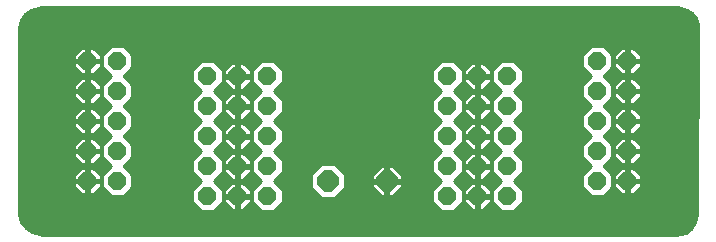
<source format=gbl>
G75*
%MOIN*%
%OFA0B0*%
%FSLAX25Y25*%
%IPPOS*%
%LPD*%
%AMOC8*
5,1,8,0,0,1.08239X$1,22.5*
%
%ADD10OC8,0.06000*%
%ADD11OC8,0.07050*%
%ADD12OC8,0.05937*%
%ADD13C,0.01000*%
D10*
X0066500Y0018000D03*
X0076500Y0018000D03*
X0086500Y0018000D03*
X0086500Y0028000D03*
X0076500Y0028000D03*
X0066500Y0028000D03*
X0066500Y0038000D03*
X0076500Y0038000D03*
X0086500Y0038000D03*
X0086500Y0048000D03*
X0076500Y0048000D03*
X0066500Y0048000D03*
X0066500Y0058000D03*
X0076500Y0058000D03*
X0086500Y0058000D03*
X0146500Y0058000D03*
X0156500Y0058000D03*
X0166500Y0058000D03*
X0166500Y0048000D03*
X0156500Y0048000D03*
X0146500Y0048000D03*
X0146500Y0038000D03*
X0156500Y0038000D03*
X0166500Y0038000D03*
X0166500Y0028000D03*
X0156500Y0028000D03*
X0146500Y0028000D03*
X0146500Y0018000D03*
X0156500Y0018000D03*
X0166500Y0018000D03*
D11*
X0126343Y0023000D03*
X0106657Y0023000D03*
D12*
X0036500Y0023000D03*
X0026500Y0023000D03*
X0026500Y0033000D03*
X0036500Y0033000D03*
X0036500Y0043000D03*
X0026500Y0043000D03*
X0026500Y0053000D03*
X0036500Y0053000D03*
X0036500Y0063000D03*
X0026500Y0063000D03*
X0196500Y0063000D03*
X0206500Y0063000D03*
X0206500Y0053000D03*
X0196500Y0053000D03*
X0196500Y0043000D03*
X0206500Y0043000D03*
X0206500Y0033000D03*
X0196500Y0033000D03*
X0196500Y0023000D03*
X0206500Y0023000D03*
D13*
X0011500Y0005100D02*
X0010264Y0005197D01*
X0007913Y0005961D01*
X0005914Y0007414D01*
X0004461Y0009413D01*
X0003697Y0011764D01*
X0003600Y0013000D01*
X0003600Y0073000D01*
X0003697Y0074230D01*
X0004457Y0076569D01*
X0005902Y0078558D01*
X0007892Y0080004D01*
X0010231Y0080764D01*
X0011461Y0080861D01*
X0223500Y0080861D01*
X0224533Y0080779D01*
X0226497Y0080141D01*
X0228167Y0078927D01*
X0229381Y0077257D01*
X0230020Y0075292D01*
X0230101Y0074261D01*
X0229608Y0012578D01*
X0229601Y0012571D01*
X0229601Y0011710D01*
X0229601Y0011700D01*
X0229520Y0010668D01*
X0228881Y0008704D01*
X0227667Y0007033D01*
X0225997Y0005819D01*
X0224033Y0005181D01*
X0223000Y0005100D01*
X0011500Y0005100D01*
X0007856Y0006003D02*
X0226249Y0006003D01*
X0227624Y0007001D02*
X0006481Y0007001D01*
X0005488Y0008000D02*
X0228370Y0008000D01*
X0228977Y0008999D02*
X0004763Y0008999D01*
X0004271Y0009997D02*
X0229301Y0009997D01*
X0229545Y0010996D02*
X0003947Y0010996D01*
X0003679Y0011994D02*
X0229601Y0011994D01*
X0229611Y0012993D02*
X0168705Y0012993D01*
X0168612Y0012900D02*
X0171600Y0015888D01*
X0171600Y0020112D01*
X0168712Y0023000D01*
X0171600Y0025888D01*
X0171600Y0030112D01*
X0168712Y0033000D01*
X0171600Y0035888D01*
X0171600Y0040112D01*
X0168712Y0043000D01*
X0171600Y0045888D01*
X0171600Y0050112D01*
X0168712Y0053000D01*
X0171600Y0055888D01*
X0171600Y0060112D01*
X0168612Y0063100D01*
X0164388Y0063100D01*
X0161400Y0060112D01*
X0161400Y0055888D01*
X0164288Y0053000D01*
X0161400Y0050112D01*
X0161400Y0045888D01*
X0164288Y0043000D01*
X0161400Y0040112D01*
X0161400Y0035888D01*
X0164288Y0033000D01*
X0161400Y0030112D01*
X0161400Y0025888D01*
X0164288Y0023000D01*
X0161400Y0020112D01*
X0161400Y0015888D01*
X0164388Y0012900D01*
X0168612Y0012900D01*
X0169704Y0013991D02*
X0229619Y0013991D01*
X0229627Y0014990D02*
X0170702Y0014990D01*
X0171600Y0015988D02*
X0229635Y0015988D01*
X0229643Y0016987D02*
X0171600Y0016987D01*
X0171600Y0017985D02*
X0194347Y0017985D01*
X0194401Y0017931D02*
X0198599Y0017931D01*
X0201568Y0020901D01*
X0201568Y0025099D01*
X0198668Y0028000D01*
X0201568Y0030901D01*
X0201568Y0035099D01*
X0198668Y0038000D01*
X0201568Y0040901D01*
X0201568Y0045099D01*
X0198668Y0048000D01*
X0201568Y0050901D01*
X0201568Y0055099D01*
X0198668Y0058000D01*
X0201568Y0060901D01*
X0201568Y0065099D01*
X0198599Y0068068D01*
X0194401Y0068068D01*
X0191431Y0065099D01*
X0191431Y0060901D01*
X0194332Y0058000D01*
X0191431Y0055099D01*
X0191431Y0050901D01*
X0194332Y0048000D01*
X0191431Y0045099D01*
X0191431Y0040901D01*
X0194332Y0038000D01*
X0191431Y0035099D01*
X0191431Y0030901D01*
X0194332Y0028000D01*
X0191431Y0025099D01*
X0191431Y0020901D01*
X0194401Y0017931D01*
X0193348Y0018984D02*
X0171600Y0018984D01*
X0171600Y0019982D02*
X0192350Y0019982D01*
X0191431Y0020981D02*
X0170732Y0020981D01*
X0169733Y0021979D02*
X0191431Y0021979D01*
X0191431Y0022978D02*
X0168735Y0022978D01*
X0169689Y0023976D02*
X0191431Y0023976D01*
X0191431Y0024975D02*
X0170687Y0024975D01*
X0171600Y0025973D02*
X0192305Y0025973D01*
X0193304Y0026972D02*
X0171600Y0026972D01*
X0171600Y0027970D02*
X0194302Y0027970D01*
X0193363Y0028969D02*
X0171600Y0028969D01*
X0171600Y0029967D02*
X0192365Y0029967D01*
X0191431Y0030966D02*
X0170747Y0030966D01*
X0169748Y0031964D02*
X0191431Y0031964D01*
X0191431Y0032963D02*
X0168750Y0032963D01*
X0169674Y0033961D02*
X0191431Y0033961D01*
X0191431Y0034960D02*
X0170672Y0034960D01*
X0171600Y0035958D02*
X0192290Y0035958D01*
X0193289Y0036957D02*
X0171600Y0036957D01*
X0171600Y0037955D02*
X0194287Y0037955D01*
X0193378Y0038954D02*
X0171600Y0038954D01*
X0171600Y0039952D02*
X0192380Y0039952D01*
X0191431Y0040951D02*
X0170762Y0040951D01*
X0169763Y0041949D02*
X0191431Y0041949D01*
X0191431Y0042948D02*
X0168765Y0042948D01*
X0169659Y0043946D02*
X0191431Y0043946D01*
X0191431Y0044945D02*
X0170657Y0044945D01*
X0171600Y0045943D02*
X0192276Y0045943D01*
X0193274Y0046942D02*
X0171600Y0046942D01*
X0171600Y0047940D02*
X0194273Y0047940D01*
X0193393Y0048939D02*
X0171600Y0048939D01*
X0171600Y0049937D02*
X0192395Y0049937D01*
X0191431Y0050936D02*
X0170776Y0050936D01*
X0169778Y0051934D02*
X0191431Y0051934D01*
X0191431Y0052933D02*
X0168779Y0052933D01*
X0169644Y0053932D02*
X0191431Y0053932D01*
X0191431Y0054930D02*
X0170643Y0054930D01*
X0171600Y0055929D02*
X0192261Y0055929D01*
X0193259Y0056927D02*
X0171600Y0056927D01*
X0171600Y0057926D02*
X0194258Y0057926D01*
X0193408Y0058924D02*
X0171600Y0058924D01*
X0171600Y0059923D02*
X0192409Y0059923D01*
X0191431Y0060921D02*
X0170791Y0060921D01*
X0169793Y0061920D02*
X0191431Y0061920D01*
X0191431Y0062918D02*
X0168794Y0062918D01*
X0164206Y0062918D02*
X0148794Y0062918D01*
X0148612Y0063100D02*
X0144388Y0063100D01*
X0141400Y0060112D01*
X0141400Y0055888D01*
X0144288Y0053000D01*
X0141400Y0050112D01*
X0141400Y0045888D01*
X0144288Y0043000D01*
X0141400Y0040112D01*
X0141400Y0035888D01*
X0144288Y0033000D01*
X0141400Y0030112D01*
X0141400Y0025888D01*
X0144288Y0023000D01*
X0141400Y0020112D01*
X0141400Y0015888D01*
X0144388Y0012900D01*
X0148612Y0012900D01*
X0151600Y0015888D01*
X0151600Y0020112D01*
X0148712Y0023000D01*
X0151600Y0025888D01*
X0151600Y0030112D01*
X0148712Y0033000D01*
X0151600Y0035888D01*
X0151600Y0040112D01*
X0148712Y0043000D01*
X0151600Y0045888D01*
X0151600Y0050112D01*
X0148712Y0053000D01*
X0151600Y0055888D01*
X0151600Y0060112D01*
X0148612Y0063100D01*
X0149793Y0061920D02*
X0154056Y0061920D01*
X0154636Y0062500D02*
X0152000Y0059864D01*
X0152000Y0058500D01*
X0156000Y0058500D01*
X0156000Y0062500D01*
X0154636Y0062500D01*
X0156000Y0061920D02*
X0157000Y0061920D01*
X0157000Y0062500D02*
X0158364Y0062500D01*
X0161000Y0059864D01*
X0161000Y0058500D01*
X0157000Y0058500D01*
X0157000Y0057500D01*
X0161000Y0057500D01*
X0161000Y0056136D01*
X0158364Y0053500D01*
X0157000Y0053500D01*
X0157000Y0057500D01*
X0156000Y0057500D01*
X0156000Y0053500D01*
X0154636Y0053500D01*
X0152000Y0056136D01*
X0152000Y0057500D01*
X0156000Y0057500D01*
X0156000Y0058500D01*
X0157000Y0058500D01*
X0157000Y0062500D01*
X0158944Y0061920D02*
X0163207Y0061920D01*
X0162209Y0060921D02*
X0159943Y0060921D01*
X0160941Y0059923D02*
X0161400Y0059923D01*
X0161400Y0058924D02*
X0161000Y0058924D01*
X0161400Y0057926D02*
X0157000Y0057926D01*
X0157000Y0058924D02*
X0156000Y0058924D01*
X0156000Y0057926D02*
X0151600Y0057926D01*
X0151600Y0058924D02*
X0152000Y0058924D01*
X0152059Y0059923D02*
X0151600Y0059923D01*
X0150791Y0060921D02*
X0153057Y0060921D01*
X0156000Y0060921D02*
X0157000Y0060921D01*
X0157000Y0059923D02*
X0156000Y0059923D01*
X0156000Y0056927D02*
X0157000Y0056927D01*
X0157000Y0055929D02*
X0156000Y0055929D01*
X0152207Y0055929D02*
X0151600Y0055929D01*
X0151600Y0056927D02*
X0152000Y0056927D01*
X0153206Y0054930D02*
X0150643Y0054930D01*
X0149644Y0053932D02*
X0154205Y0053932D01*
X0154636Y0052500D02*
X0152000Y0049864D01*
X0152000Y0048500D01*
X0156000Y0048500D01*
X0156000Y0052500D01*
X0154636Y0052500D01*
X0154071Y0051934D02*
X0149778Y0051934D01*
X0150776Y0050936D02*
X0153072Y0050936D01*
X0152074Y0049937D02*
X0151600Y0049937D01*
X0156000Y0049937D02*
X0157000Y0049937D01*
X0157000Y0050936D02*
X0156000Y0050936D01*
X0156000Y0051934D02*
X0157000Y0051934D01*
X0157000Y0052500D02*
X0158364Y0052500D01*
X0161000Y0049864D01*
X0161000Y0048500D01*
X0157000Y0048500D01*
X0157000Y0047500D01*
X0161000Y0047500D01*
X0161000Y0046136D01*
X0158364Y0043500D01*
X0157000Y0043500D01*
X0157000Y0047500D01*
X0156000Y0047500D01*
X0156000Y0043500D01*
X0154636Y0043500D01*
X0152000Y0046136D01*
X0152000Y0047500D01*
X0156000Y0047500D01*
X0156000Y0048500D01*
X0157000Y0048500D01*
X0157000Y0052500D01*
X0157000Y0053932D02*
X0156000Y0053932D01*
X0156000Y0054930D02*
X0157000Y0054930D01*
X0158795Y0053932D02*
X0163356Y0053932D01*
X0164221Y0052933D02*
X0148779Y0052933D01*
X0144221Y0052933D02*
X0088779Y0052933D01*
X0088712Y0053000D02*
X0091600Y0055888D01*
X0091600Y0060112D01*
X0088612Y0063100D01*
X0084388Y0063100D01*
X0081400Y0060112D01*
X0081400Y0055888D01*
X0084288Y0053000D01*
X0081400Y0050112D01*
X0081400Y0045888D01*
X0084288Y0043000D01*
X0081400Y0040112D01*
X0081400Y0035888D01*
X0084288Y0033000D01*
X0081400Y0030112D01*
X0081400Y0025888D01*
X0084288Y0023000D01*
X0081400Y0020112D01*
X0081400Y0015888D01*
X0084388Y0012900D01*
X0088612Y0012900D01*
X0091600Y0015888D01*
X0091600Y0020112D01*
X0088712Y0023000D01*
X0091600Y0025888D01*
X0091600Y0030112D01*
X0088712Y0033000D01*
X0091600Y0035888D01*
X0091600Y0040112D01*
X0088712Y0043000D01*
X0091600Y0045888D01*
X0091600Y0050112D01*
X0088712Y0053000D01*
X0089644Y0053932D02*
X0143356Y0053932D01*
X0142357Y0054930D02*
X0090643Y0054930D01*
X0091600Y0055929D02*
X0141400Y0055929D01*
X0141400Y0056927D02*
X0091600Y0056927D01*
X0091600Y0057926D02*
X0141400Y0057926D01*
X0141400Y0058924D02*
X0091600Y0058924D01*
X0091600Y0059923D02*
X0141400Y0059923D01*
X0142209Y0060921D02*
X0090791Y0060921D01*
X0089793Y0061920D02*
X0143207Y0061920D01*
X0144206Y0062918D02*
X0088794Y0062918D01*
X0084206Y0062918D02*
X0068794Y0062918D01*
X0068612Y0063100D02*
X0064388Y0063100D01*
X0061400Y0060112D01*
X0061400Y0055888D01*
X0064288Y0053000D01*
X0061400Y0050112D01*
X0061400Y0045888D01*
X0064288Y0043000D01*
X0061400Y0040112D01*
X0061400Y0035888D01*
X0064288Y0033000D01*
X0061400Y0030112D01*
X0061400Y0025888D01*
X0064288Y0023000D01*
X0061400Y0020112D01*
X0061400Y0015888D01*
X0064388Y0012900D01*
X0068612Y0012900D01*
X0071600Y0015888D01*
X0071600Y0020112D01*
X0068712Y0023000D01*
X0071600Y0025888D01*
X0071600Y0030112D01*
X0068712Y0033000D01*
X0071600Y0035888D01*
X0071600Y0040112D01*
X0068712Y0043000D01*
X0071600Y0045888D01*
X0071600Y0050112D01*
X0068712Y0053000D01*
X0071600Y0055888D01*
X0071600Y0060112D01*
X0068612Y0063100D01*
X0069793Y0061920D02*
X0074056Y0061920D01*
X0074636Y0062500D02*
X0072000Y0059864D01*
X0072000Y0058500D01*
X0076000Y0058500D01*
X0076000Y0062500D01*
X0074636Y0062500D01*
X0076000Y0061920D02*
X0077000Y0061920D01*
X0077000Y0062500D02*
X0078364Y0062500D01*
X0081000Y0059864D01*
X0081000Y0058500D01*
X0077000Y0058500D01*
X0077000Y0057500D01*
X0081000Y0057500D01*
X0081000Y0056136D01*
X0078364Y0053500D01*
X0077000Y0053500D01*
X0077000Y0057500D01*
X0076000Y0057500D01*
X0076000Y0053500D01*
X0074636Y0053500D01*
X0072000Y0056136D01*
X0072000Y0057500D01*
X0076000Y0057500D01*
X0076000Y0058500D01*
X0077000Y0058500D01*
X0077000Y0062500D01*
X0078944Y0061920D02*
X0083207Y0061920D01*
X0082209Y0060921D02*
X0079943Y0060921D01*
X0080941Y0059923D02*
X0081400Y0059923D01*
X0081400Y0058924D02*
X0081000Y0058924D01*
X0081400Y0057926D02*
X0077000Y0057926D01*
X0077000Y0058924D02*
X0076000Y0058924D01*
X0076000Y0057926D02*
X0071600Y0057926D01*
X0071600Y0058924D02*
X0072000Y0058924D01*
X0072059Y0059923D02*
X0071600Y0059923D01*
X0070791Y0060921D02*
X0073057Y0060921D01*
X0076000Y0060921D02*
X0077000Y0060921D01*
X0077000Y0059923D02*
X0076000Y0059923D01*
X0076000Y0056927D02*
X0077000Y0056927D01*
X0077000Y0055929D02*
X0076000Y0055929D01*
X0076000Y0054930D02*
X0077000Y0054930D01*
X0077000Y0053932D02*
X0076000Y0053932D01*
X0076000Y0052500D02*
X0074636Y0052500D01*
X0072000Y0049864D01*
X0072000Y0048500D01*
X0076000Y0048500D01*
X0076000Y0052500D01*
X0076000Y0051934D02*
X0077000Y0051934D01*
X0077000Y0052500D02*
X0078364Y0052500D01*
X0081000Y0049864D01*
X0081000Y0048500D01*
X0077000Y0048500D01*
X0077000Y0047500D01*
X0081000Y0047500D01*
X0081000Y0046136D01*
X0078364Y0043500D01*
X0077000Y0043500D01*
X0077000Y0047500D01*
X0076000Y0047500D01*
X0076000Y0043500D01*
X0074636Y0043500D01*
X0072000Y0046136D01*
X0072000Y0047500D01*
X0076000Y0047500D01*
X0076000Y0048500D01*
X0077000Y0048500D01*
X0077000Y0052500D01*
X0078929Y0051934D02*
X0083222Y0051934D01*
X0082224Y0050936D02*
X0079928Y0050936D01*
X0080926Y0049937D02*
X0081400Y0049937D01*
X0077000Y0049937D02*
X0076000Y0049937D01*
X0076000Y0050936D02*
X0077000Y0050936D01*
X0074071Y0051934D02*
X0069778Y0051934D01*
X0070776Y0050936D02*
X0073072Y0050936D01*
X0072074Y0049937D02*
X0071600Y0049937D01*
X0071600Y0048939D02*
X0072000Y0048939D01*
X0071600Y0047940D02*
X0076000Y0047940D01*
X0076000Y0046942D02*
X0077000Y0046942D01*
X0077000Y0047940D02*
X0081400Y0047940D01*
X0081400Y0046942D02*
X0081000Y0046942D01*
X0080807Y0045943D02*
X0081400Y0045943D01*
X0082343Y0044945D02*
X0079809Y0044945D01*
X0078810Y0043946D02*
X0083341Y0043946D01*
X0084235Y0042948D02*
X0068765Y0042948D01*
X0069763Y0041949D02*
X0074085Y0041949D01*
X0074636Y0042500D02*
X0072000Y0039864D01*
X0072000Y0038500D01*
X0076000Y0038500D01*
X0076000Y0042500D01*
X0074636Y0042500D01*
X0076000Y0041949D02*
X0077000Y0041949D01*
X0077000Y0042500D02*
X0078364Y0042500D01*
X0081000Y0039864D01*
X0081000Y0038500D01*
X0077000Y0038500D01*
X0077000Y0037500D01*
X0081000Y0037500D01*
X0081000Y0036136D01*
X0078364Y0033500D01*
X0077000Y0033500D01*
X0077000Y0037500D01*
X0076000Y0037500D01*
X0076000Y0033500D01*
X0074636Y0033500D01*
X0072000Y0036136D01*
X0072000Y0037500D01*
X0076000Y0037500D01*
X0076000Y0038500D01*
X0077000Y0038500D01*
X0077000Y0042500D01*
X0078915Y0041949D02*
X0083237Y0041949D01*
X0082238Y0040951D02*
X0079913Y0040951D01*
X0080912Y0039952D02*
X0081400Y0039952D01*
X0081400Y0038954D02*
X0081000Y0038954D01*
X0081400Y0037955D02*
X0077000Y0037955D01*
X0077000Y0038954D02*
X0076000Y0038954D01*
X0076000Y0039952D02*
X0077000Y0039952D01*
X0077000Y0040951D02*
X0076000Y0040951D01*
X0073087Y0040951D02*
X0070762Y0040951D01*
X0071600Y0039952D02*
X0072088Y0039952D01*
X0072000Y0038954D02*
X0071600Y0038954D01*
X0071600Y0037955D02*
X0076000Y0037955D01*
X0076000Y0036957D02*
X0077000Y0036957D01*
X0077000Y0035958D02*
X0076000Y0035958D01*
X0076000Y0034960D02*
X0077000Y0034960D01*
X0077000Y0033961D02*
X0076000Y0033961D01*
X0074175Y0033961D02*
X0069674Y0033961D01*
X0068750Y0032963D02*
X0084250Y0032963D01*
X0083326Y0033961D02*
X0078825Y0033961D01*
X0079824Y0034960D02*
X0082328Y0034960D01*
X0081400Y0035958D02*
X0080822Y0035958D01*
X0081000Y0036957D02*
X0081400Y0036957D01*
X0073176Y0034960D02*
X0070672Y0034960D01*
X0071600Y0035958D02*
X0072178Y0035958D01*
X0072000Y0036957D02*
X0071600Y0036957D01*
X0063326Y0033961D02*
X0041568Y0033961D01*
X0041568Y0032963D02*
X0064250Y0032963D01*
X0063252Y0031964D02*
X0041568Y0031964D01*
X0041568Y0030966D02*
X0062253Y0030966D01*
X0061400Y0029967D02*
X0040635Y0029967D01*
X0041568Y0030901D02*
X0041568Y0035099D01*
X0038668Y0038000D01*
X0041568Y0040901D01*
X0041568Y0045099D01*
X0038668Y0048000D01*
X0041568Y0050901D01*
X0041568Y0055099D01*
X0038668Y0058000D01*
X0041568Y0060901D01*
X0041568Y0065099D01*
X0038599Y0068068D01*
X0034401Y0068068D01*
X0031431Y0065099D01*
X0031431Y0060901D01*
X0034332Y0058000D01*
X0031431Y0055099D01*
X0031431Y0050901D01*
X0034332Y0048000D01*
X0031431Y0045099D01*
X0031431Y0040901D01*
X0034332Y0038000D01*
X0031431Y0035099D01*
X0031431Y0030901D01*
X0034332Y0028000D01*
X0031431Y0025099D01*
X0031431Y0020901D01*
X0034401Y0017931D01*
X0038599Y0017931D01*
X0041568Y0020901D01*
X0041568Y0025099D01*
X0038668Y0028000D01*
X0041568Y0030901D01*
X0039637Y0028969D02*
X0061400Y0028969D01*
X0061400Y0027970D02*
X0038698Y0027970D01*
X0039696Y0026972D02*
X0061400Y0026972D01*
X0061400Y0025973D02*
X0040695Y0025973D01*
X0041568Y0024975D02*
X0062313Y0024975D01*
X0063311Y0023976D02*
X0041568Y0023976D01*
X0041568Y0022978D02*
X0064265Y0022978D01*
X0063267Y0021979D02*
X0041568Y0021979D01*
X0041568Y0020981D02*
X0062268Y0020981D01*
X0061400Y0019982D02*
X0040650Y0019982D01*
X0039652Y0018984D02*
X0061400Y0018984D01*
X0061400Y0017985D02*
X0038653Y0017985D01*
X0034347Y0017985D02*
X0003600Y0017985D01*
X0003600Y0016987D02*
X0061400Y0016987D01*
X0061400Y0015988D02*
X0003600Y0015988D01*
X0003600Y0014990D02*
X0062298Y0014990D01*
X0063296Y0013991D02*
X0003600Y0013991D01*
X0003601Y0012993D02*
X0064295Y0012993D01*
X0068705Y0012993D02*
X0084295Y0012993D01*
X0083296Y0013991D02*
X0078855Y0013991D01*
X0078364Y0013500D02*
X0081000Y0016136D01*
X0081000Y0017500D01*
X0077000Y0017500D01*
X0077000Y0018500D01*
X0081000Y0018500D01*
X0081000Y0019864D01*
X0078364Y0022500D01*
X0077000Y0022500D01*
X0077000Y0018500D01*
X0076000Y0018500D01*
X0076000Y0022500D01*
X0074636Y0022500D01*
X0072000Y0019864D01*
X0072000Y0018500D01*
X0076000Y0018500D01*
X0076000Y0017500D01*
X0077000Y0017500D01*
X0077000Y0013500D01*
X0078364Y0013500D01*
X0077000Y0013991D02*
X0076000Y0013991D01*
X0076000Y0013500D02*
X0076000Y0017500D01*
X0072000Y0017500D01*
X0072000Y0016136D01*
X0074636Y0013500D01*
X0076000Y0013500D01*
X0074145Y0013991D02*
X0069704Y0013991D01*
X0070702Y0014990D02*
X0073146Y0014990D01*
X0072148Y0015988D02*
X0071600Y0015988D01*
X0071600Y0016987D02*
X0072000Y0016987D01*
X0071600Y0017985D02*
X0076000Y0017985D01*
X0076000Y0016987D02*
X0077000Y0016987D01*
X0077000Y0017985D02*
X0081400Y0017985D01*
X0081400Y0016987D02*
X0081000Y0016987D01*
X0080852Y0015988D02*
X0081400Y0015988D01*
X0082298Y0014990D02*
X0079854Y0014990D01*
X0077000Y0014990D02*
X0076000Y0014990D01*
X0076000Y0015988D02*
X0077000Y0015988D01*
X0077000Y0018984D02*
X0076000Y0018984D01*
X0076000Y0019982D02*
X0077000Y0019982D01*
X0077000Y0020981D02*
X0076000Y0020981D01*
X0076000Y0021979D02*
X0077000Y0021979D01*
X0078885Y0021979D02*
X0083267Y0021979D01*
X0084265Y0022978D02*
X0068735Y0022978D01*
X0069689Y0023976D02*
X0074160Y0023976D01*
X0074636Y0023500D02*
X0076000Y0023500D01*
X0076000Y0027500D01*
X0077000Y0027500D01*
X0077000Y0028500D01*
X0081000Y0028500D01*
X0081000Y0029864D01*
X0078364Y0032500D01*
X0077000Y0032500D01*
X0077000Y0028500D01*
X0076000Y0028500D01*
X0076000Y0032500D01*
X0074636Y0032500D01*
X0072000Y0029864D01*
X0072000Y0028500D01*
X0076000Y0028500D01*
X0076000Y0027500D01*
X0072000Y0027500D01*
X0072000Y0026136D01*
X0074636Y0023500D01*
X0076000Y0023976D02*
X0077000Y0023976D01*
X0077000Y0023500D02*
X0078364Y0023500D01*
X0081000Y0026136D01*
X0081000Y0027500D01*
X0077000Y0027500D01*
X0077000Y0023500D01*
X0078840Y0023976D02*
X0083311Y0023976D01*
X0082313Y0024975D02*
X0079839Y0024975D01*
X0080837Y0025973D02*
X0081400Y0025973D01*
X0081400Y0026972D02*
X0081000Y0026972D01*
X0081400Y0027970D02*
X0077000Y0027970D01*
X0077000Y0026972D02*
X0076000Y0026972D01*
X0076000Y0027970D02*
X0071600Y0027970D01*
X0071600Y0026972D02*
X0072000Y0026972D01*
X0072163Y0025973D02*
X0071600Y0025973D01*
X0070687Y0024975D02*
X0073161Y0024975D01*
X0076000Y0024975D02*
X0077000Y0024975D01*
X0077000Y0025973D02*
X0076000Y0025973D01*
X0076000Y0028969D02*
X0077000Y0028969D01*
X0077000Y0029967D02*
X0076000Y0029967D01*
X0076000Y0030966D02*
X0077000Y0030966D01*
X0077000Y0031964D02*
X0076000Y0031964D01*
X0074100Y0031964D02*
X0069748Y0031964D01*
X0070747Y0030966D02*
X0073102Y0030966D01*
X0072103Y0029967D02*
X0071600Y0029967D01*
X0071600Y0028969D02*
X0072000Y0028969D01*
X0078900Y0031964D02*
X0083252Y0031964D01*
X0082253Y0030966D02*
X0079898Y0030966D01*
X0080897Y0029967D02*
X0081400Y0029967D01*
X0081400Y0028969D02*
X0081000Y0028969D01*
X0089748Y0031964D02*
X0143252Y0031964D01*
X0142253Y0030966D02*
X0090747Y0030966D01*
X0091600Y0029967D02*
X0141400Y0029967D01*
X0141400Y0028969D02*
X0091600Y0028969D01*
X0091600Y0027970D02*
X0103673Y0027970D01*
X0104328Y0028625D02*
X0101032Y0025330D01*
X0101032Y0020670D01*
X0104328Y0017375D01*
X0108987Y0017375D01*
X0112282Y0020670D01*
X0112282Y0025330D01*
X0108987Y0028625D01*
X0104328Y0028625D01*
X0102674Y0026972D02*
X0091600Y0026972D01*
X0091600Y0025973D02*
X0101676Y0025973D01*
X0101032Y0024975D02*
X0090687Y0024975D01*
X0089689Y0023976D02*
X0101032Y0023976D01*
X0101032Y0022978D02*
X0088735Y0022978D01*
X0089733Y0021979D02*
X0101032Y0021979D01*
X0101032Y0020981D02*
X0090732Y0020981D01*
X0091600Y0019982D02*
X0101720Y0019982D01*
X0102719Y0018984D02*
X0091600Y0018984D01*
X0091600Y0017985D02*
X0103717Y0017985D01*
X0109598Y0017985D02*
X0124251Y0017985D01*
X0124261Y0017975D02*
X0121318Y0020919D01*
X0121318Y0022500D01*
X0125842Y0022500D01*
X0125842Y0023500D01*
X0121318Y0023500D01*
X0121318Y0025081D01*
X0124261Y0028025D01*
X0125843Y0028025D01*
X0125843Y0023500D01*
X0126842Y0023500D01*
X0126842Y0028025D01*
X0128424Y0028025D01*
X0131368Y0025081D01*
X0131368Y0023500D01*
X0126843Y0023500D01*
X0126843Y0022500D01*
X0131367Y0022500D01*
X0131368Y0020919D01*
X0128424Y0017975D01*
X0126842Y0017975D01*
X0126842Y0022500D01*
X0125843Y0022500D01*
X0125843Y0017975D01*
X0124261Y0017975D01*
X0125843Y0017985D02*
X0126842Y0017985D01*
X0128434Y0017985D02*
X0141400Y0017985D01*
X0141400Y0016987D02*
X0091600Y0016987D01*
X0091600Y0015988D02*
X0141400Y0015988D01*
X0142298Y0014990D02*
X0090702Y0014990D01*
X0089704Y0013991D02*
X0143296Y0013991D01*
X0144295Y0012993D02*
X0088705Y0012993D01*
X0081400Y0018984D02*
X0081000Y0018984D01*
X0080882Y0019982D02*
X0081400Y0019982D01*
X0082268Y0020981D02*
X0079883Y0020981D01*
X0074115Y0021979D02*
X0069733Y0021979D01*
X0070732Y0020981D02*
X0073117Y0020981D01*
X0072118Y0019982D02*
X0071600Y0019982D01*
X0071600Y0018984D02*
X0072000Y0018984D01*
X0088750Y0032963D02*
X0144250Y0032963D01*
X0143326Y0033961D02*
X0089674Y0033961D01*
X0090672Y0034960D02*
X0142328Y0034960D01*
X0141400Y0035958D02*
X0091600Y0035958D01*
X0091600Y0036957D02*
X0141400Y0036957D01*
X0141400Y0037955D02*
X0091600Y0037955D01*
X0091600Y0038954D02*
X0141400Y0038954D01*
X0141400Y0039952D02*
X0091600Y0039952D01*
X0090762Y0040951D02*
X0142238Y0040951D01*
X0143237Y0041949D02*
X0089763Y0041949D01*
X0088765Y0042948D02*
X0144235Y0042948D01*
X0143341Y0043946D02*
X0089659Y0043946D01*
X0090657Y0044945D02*
X0142343Y0044945D01*
X0141400Y0045943D02*
X0091600Y0045943D01*
X0091600Y0046942D02*
X0141400Y0046942D01*
X0141400Y0047940D02*
X0091600Y0047940D01*
X0091600Y0048939D02*
X0141400Y0048939D01*
X0141400Y0049937D02*
X0091600Y0049937D01*
X0090776Y0050936D02*
X0142224Y0050936D01*
X0143222Y0051934D02*
X0089778Y0051934D01*
X0084221Y0052933D02*
X0068779Y0052933D01*
X0069644Y0053932D02*
X0074205Y0053932D01*
X0073206Y0054930D02*
X0070642Y0054930D01*
X0071600Y0055929D02*
X0072207Y0055929D01*
X0072000Y0056927D02*
X0071600Y0056927D01*
X0078795Y0053932D02*
X0083356Y0053932D01*
X0082357Y0054930D02*
X0079794Y0054930D01*
X0080792Y0055929D02*
X0081400Y0055929D01*
X0081400Y0056927D02*
X0081000Y0056927D01*
X0064221Y0052933D02*
X0041568Y0052933D01*
X0041568Y0051934D02*
X0063222Y0051934D01*
X0062224Y0050936D02*
X0041568Y0050936D01*
X0040605Y0049937D02*
X0061400Y0049937D01*
X0061400Y0048939D02*
X0039607Y0048939D01*
X0038727Y0047940D02*
X0061400Y0047940D01*
X0061400Y0046942D02*
X0039726Y0046942D01*
X0040724Y0045943D02*
X0061400Y0045943D01*
X0062343Y0044945D02*
X0041568Y0044945D01*
X0041568Y0043946D02*
X0063341Y0043946D01*
X0064235Y0042948D02*
X0041568Y0042948D01*
X0041568Y0041949D02*
X0063237Y0041949D01*
X0062238Y0040951D02*
X0041568Y0040951D01*
X0040620Y0039952D02*
X0061400Y0039952D01*
X0061400Y0038954D02*
X0039622Y0038954D01*
X0038713Y0037955D02*
X0061400Y0037955D01*
X0061400Y0036957D02*
X0039711Y0036957D01*
X0040710Y0035958D02*
X0061400Y0035958D01*
X0062328Y0034960D02*
X0041568Y0034960D01*
X0033289Y0036957D02*
X0028863Y0036957D01*
X0028351Y0037468D02*
X0026984Y0037468D01*
X0026984Y0033484D01*
X0026016Y0033484D01*
X0026016Y0032516D01*
X0022031Y0032516D01*
X0022031Y0031149D01*
X0024649Y0028531D01*
X0026016Y0028531D01*
X0026016Y0032516D01*
X0026984Y0032516D01*
X0026984Y0028531D01*
X0028351Y0028531D01*
X0030968Y0031149D01*
X0030968Y0032516D01*
X0026984Y0032516D01*
X0026984Y0033484D01*
X0030968Y0033484D01*
X0030968Y0034851D01*
X0028351Y0037468D01*
X0028351Y0038531D02*
X0026984Y0038531D01*
X0026984Y0042516D01*
X0026016Y0042516D01*
X0022031Y0042516D01*
X0022031Y0041149D01*
X0024649Y0038531D01*
X0026016Y0038531D01*
X0026016Y0042516D01*
X0026016Y0043484D01*
X0022031Y0043484D01*
X0022031Y0044851D01*
X0024649Y0047468D01*
X0026016Y0047468D01*
X0026016Y0043484D01*
X0026984Y0043484D01*
X0026984Y0047468D01*
X0028351Y0047468D01*
X0030968Y0044851D01*
X0030968Y0043484D01*
X0026984Y0043484D01*
X0026984Y0042516D01*
X0030968Y0042516D01*
X0030968Y0041149D01*
X0028351Y0038531D01*
X0028773Y0038954D02*
X0033378Y0038954D01*
X0034287Y0037955D02*
X0003600Y0037955D01*
X0003600Y0038954D02*
X0024227Y0038954D01*
X0023228Y0039952D02*
X0003600Y0039952D01*
X0003600Y0040951D02*
X0022230Y0040951D01*
X0022031Y0041949D02*
X0003600Y0041949D01*
X0003600Y0042948D02*
X0026016Y0042948D01*
X0026984Y0042948D02*
X0031431Y0042948D01*
X0031431Y0041949D02*
X0030968Y0041949D01*
X0030770Y0040951D02*
X0031431Y0040951D01*
X0032380Y0039952D02*
X0029772Y0039952D01*
X0026984Y0039952D02*
X0026016Y0039952D01*
X0026016Y0038954D02*
X0026984Y0038954D01*
X0026016Y0037468D02*
X0024649Y0037468D01*
X0022031Y0034851D01*
X0022031Y0033484D01*
X0026016Y0033484D01*
X0026016Y0037468D01*
X0026016Y0036957D02*
X0026984Y0036957D01*
X0026984Y0035958D02*
X0026016Y0035958D01*
X0026016Y0034960D02*
X0026984Y0034960D01*
X0026984Y0033961D02*
X0026016Y0033961D01*
X0026016Y0032963D02*
X0003600Y0032963D01*
X0003600Y0033961D02*
X0022031Y0033961D01*
X0022140Y0034960D02*
X0003600Y0034960D01*
X0003600Y0035958D02*
X0023139Y0035958D01*
X0024137Y0036957D02*
X0003600Y0036957D01*
X0003600Y0031964D02*
X0022031Y0031964D01*
X0022215Y0030966D02*
X0003600Y0030966D01*
X0003600Y0029967D02*
X0023213Y0029967D01*
X0024212Y0028969D02*
X0003600Y0028969D01*
X0003600Y0027970D02*
X0034302Y0027970D01*
X0033363Y0028969D02*
X0028788Y0028969D01*
X0029787Y0029967D02*
X0032365Y0029967D01*
X0031431Y0030966D02*
X0030785Y0030966D01*
X0030968Y0031964D02*
X0031431Y0031964D01*
X0031431Y0032963D02*
X0026984Y0032963D01*
X0026984Y0031964D02*
X0026016Y0031964D01*
X0026016Y0030966D02*
X0026984Y0030966D01*
X0026984Y0029967D02*
X0026016Y0029967D01*
X0026016Y0028969D02*
X0026984Y0028969D01*
X0026984Y0027468D02*
X0026984Y0023484D01*
X0026016Y0023484D01*
X0026016Y0022516D01*
X0022031Y0022516D01*
X0022031Y0021149D01*
X0024649Y0018531D01*
X0026016Y0018531D01*
X0026016Y0022516D01*
X0026984Y0022516D01*
X0026984Y0018531D01*
X0028351Y0018531D01*
X0030968Y0021149D01*
X0030968Y0022516D01*
X0026984Y0022516D01*
X0026984Y0023484D01*
X0030968Y0023484D01*
X0030968Y0024851D01*
X0028351Y0027468D01*
X0026984Y0027468D01*
X0026984Y0026972D02*
X0026016Y0026972D01*
X0026016Y0027468D02*
X0024649Y0027468D01*
X0022031Y0024851D01*
X0022031Y0023484D01*
X0026016Y0023484D01*
X0026016Y0027468D01*
X0026016Y0025973D02*
X0026984Y0025973D01*
X0026984Y0024975D02*
X0026016Y0024975D01*
X0029846Y0025973D02*
X0032305Y0025973D01*
X0031431Y0024975D02*
X0030845Y0024975D01*
X0030968Y0023976D02*
X0031431Y0023976D01*
X0031431Y0022978D02*
X0026984Y0022978D01*
X0026016Y0022978D02*
X0003600Y0022978D01*
X0003600Y0023976D02*
X0022031Y0023976D01*
X0022155Y0024975D02*
X0003600Y0024975D01*
X0003600Y0025973D02*
X0023154Y0025973D01*
X0024152Y0026972D02*
X0003600Y0026972D01*
X0003600Y0021979D02*
X0022031Y0021979D01*
X0022200Y0020981D02*
X0003600Y0020981D01*
X0003600Y0019982D02*
X0023198Y0019982D01*
X0024197Y0018984D02*
X0003600Y0018984D01*
X0026016Y0018984D02*
X0026984Y0018984D01*
X0026984Y0019982D02*
X0026016Y0019982D01*
X0026016Y0020981D02*
X0026984Y0020981D01*
X0026984Y0021979D02*
X0026016Y0021979D01*
X0026016Y0023976D02*
X0026984Y0023976D01*
X0030968Y0021979D02*
X0031431Y0021979D01*
X0031431Y0020981D02*
X0030800Y0020981D01*
X0029802Y0019982D02*
X0032350Y0019982D01*
X0033348Y0018984D02*
X0028803Y0018984D01*
X0028848Y0026972D02*
X0033304Y0026972D01*
X0031431Y0033961D02*
X0030968Y0033961D01*
X0030860Y0034960D02*
X0031431Y0034960D01*
X0032290Y0035958D02*
X0029861Y0035958D01*
X0026984Y0040951D02*
X0026016Y0040951D01*
X0026016Y0041949D02*
X0026984Y0041949D01*
X0026984Y0043946D02*
X0026016Y0043946D01*
X0026016Y0044945D02*
X0026984Y0044945D01*
X0026984Y0045943D02*
X0026016Y0045943D01*
X0026016Y0046942D02*
X0026984Y0046942D01*
X0028877Y0046942D02*
X0033274Y0046942D01*
X0034273Y0047940D02*
X0003600Y0047940D01*
X0003600Y0046942D02*
X0024123Y0046942D01*
X0023124Y0045943D02*
X0003600Y0045943D01*
X0003600Y0044945D02*
X0022126Y0044945D01*
X0022031Y0043946D02*
X0003600Y0043946D01*
X0003600Y0048939D02*
X0024242Y0048939D01*
X0024649Y0048531D02*
X0022031Y0051149D01*
X0022031Y0052516D01*
X0026016Y0052516D01*
X0026016Y0053484D01*
X0022031Y0053484D01*
X0022031Y0054851D01*
X0024649Y0057468D01*
X0026016Y0057468D01*
X0026016Y0053484D01*
X0026984Y0053484D01*
X0026984Y0057468D01*
X0028351Y0057468D01*
X0030968Y0054851D01*
X0030968Y0053484D01*
X0026984Y0053484D01*
X0026984Y0052516D01*
X0026984Y0048531D01*
X0028351Y0048531D01*
X0030968Y0051149D01*
X0030968Y0052516D01*
X0026984Y0052516D01*
X0026016Y0052516D01*
X0026016Y0048531D01*
X0024649Y0048531D01*
X0026016Y0048939D02*
X0026984Y0048939D01*
X0028758Y0048939D02*
X0033393Y0048939D01*
X0032395Y0049937D02*
X0029757Y0049937D01*
X0030755Y0050936D02*
X0031431Y0050936D01*
X0031431Y0051934D02*
X0030968Y0051934D01*
X0031431Y0052933D02*
X0026984Y0052933D01*
X0026016Y0052933D02*
X0003600Y0052933D01*
X0003600Y0051934D02*
X0022031Y0051934D01*
X0022245Y0050936D02*
X0003600Y0050936D01*
X0003600Y0049937D02*
X0023243Y0049937D01*
X0026016Y0049937D02*
X0026984Y0049937D01*
X0026984Y0050936D02*
X0026016Y0050936D01*
X0026016Y0051934D02*
X0026984Y0051934D01*
X0026984Y0053932D02*
X0026016Y0053932D01*
X0026016Y0054930D02*
X0026984Y0054930D01*
X0026984Y0055929D02*
X0026016Y0055929D01*
X0026016Y0056927D02*
X0026984Y0056927D01*
X0028892Y0056927D02*
X0033259Y0056927D01*
X0032261Y0055929D02*
X0029891Y0055929D01*
X0030889Y0054930D02*
X0031431Y0054930D01*
X0031431Y0053932D02*
X0030968Y0053932D01*
X0024108Y0056927D02*
X0003600Y0056927D01*
X0003600Y0055929D02*
X0023109Y0055929D01*
X0022111Y0054930D02*
X0003600Y0054930D01*
X0003600Y0053932D02*
X0022031Y0053932D01*
X0034258Y0057926D02*
X0003600Y0057926D01*
X0003600Y0058924D02*
X0024257Y0058924D01*
X0024649Y0058531D02*
X0022031Y0061149D01*
X0022031Y0062516D01*
X0026016Y0062516D01*
X0026016Y0063484D01*
X0022031Y0063484D01*
X0022031Y0064851D01*
X0024649Y0067468D01*
X0026016Y0067468D01*
X0026016Y0063484D01*
X0026984Y0063484D01*
X0026984Y0067468D01*
X0028351Y0067468D01*
X0030968Y0064851D01*
X0030968Y0063484D01*
X0026984Y0063484D01*
X0026984Y0062516D01*
X0026984Y0058531D01*
X0028351Y0058531D01*
X0030968Y0061149D01*
X0030968Y0062516D01*
X0026984Y0062516D01*
X0026016Y0062516D01*
X0026016Y0058531D01*
X0024649Y0058531D01*
X0026016Y0058924D02*
X0026984Y0058924D01*
X0026984Y0059923D02*
X0026016Y0059923D01*
X0026016Y0060921D02*
X0026984Y0060921D01*
X0029742Y0059923D02*
X0032409Y0059923D01*
X0031431Y0060921D02*
X0030741Y0060921D01*
X0030968Y0061920D02*
X0031431Y0061920D01*
X0031431Y0062918D02*
X0026984Y0062918D01*
X0026016Y0062918D02*
X0003600Y0062918D01*
X0003600Y0061920D02*
X0022031Y0061920D01*
X0022259Y0060921D02*
X0003600Y0060921D01*
X0003600Y0059923D02*
X0023258Y0059923D01*
X0026016Y0061920D02*
X0026984Y0061920D01*
X0026984Y0063917D02*
X0026016Y0063917D01*
X0026016Y0064915D02*
X0026984Y0064915D01*
X0026984Y0065914D02*
X0026016Y0065914D01*
X0026016Y0066912D02*
X0026984Y0066912D01*
X0028907Y0066912D02*
X0033244Y0066912D01*
X0032246Y0065914D02*
X0029906Y0065914D01*
X0030904Y0064915D02*
X0031431Y0064915D01*
X0031431Y0063917D02*
X0030968Y0063917D01*
X0024093Y0066912D02*
X0003600Y0066912D01*
X0003600Y0065914D02*
X0023094Y0065914D01*
X0022096Y0064915D02*
X0003600Y0064915D01*
X0003600Y0063917D02*
X0022031Y0063917D01*
X0034243Y0067911D02*
X0003600Y0067911D01*
X0003600Y0068909D02*
X0230058Y0068909D01*
X0230066Y0069908D02*
X0003600Y0069908D01*
X0003600Y0070906D02*
X0230074Y0070906D01*
X0230082Y0071905D02*
X0003600Y0071905D01*
X0003600Y0072903D02*
X0230090Y0072903D01*
X0230098Y0073902D02*
X0003671Y0073902D01*
X0003915Y0074900D02*
X0230050Y0074900D01*
X0229823Y0075899D02*
X0004239Y0075899D01*
X0004696Y0076897D02*
X0229498Y0076897D01*
X0228917Y0077896D02*
X0005421Y0077896D01*
X0006365Y0078894D02*
X0228191Y0078894D01*
X0226839Y0079893D02*
X0007739Y0079893D01*
X0038757Y0067911D02*
X0194243Y0067911D01*
X0193244Y0066912D02*
X0039756Y0066912D01*
X0040754Y0065914D02*
X0192246Y0065914D01*
X0191431Y0064915D02*
X0041568Y0064915D01*
X0041568Y0063917D02*
X0191431Y0063917D01*
X0199756Y0066912D02*
X0204093Y0066912D01*
X0204649Y0067468D02*
X0202031Y0064851D01*
X0202031Y0063484D01*
X0206016Y0063484D01*
X0206016Y0062516D01*
X0202031Y0062516D01*
X0202031Y0061149D01*
X0204649Y0058531D01*
X0206016Y0058531D01*
X0206016Y0062516D01*
X0206984Y0062516D01*
X0206984Y0058531D01*
X0208351Y0058531D01*
X0210968Y0061149D01*
X0210968Y0062516D01*
X0206984Y0062516D01*
X0206984Y0063484D01*
X0206016Y0063484D01*
X0206016Y0067468D01*
X0204649Y0067468D01*
X0206016Y0066912D02*
X0206984Y0066912D01*
X0206984Y0067468D02*
X0206984Y0063484D01*
X0210968Y0063484D01*
X0210968Y0064851D01*
X0208351Y0067468D01*
X0206984Y0067468D01*
X0208907Y0066912D02*
X0230042Y0066912D01*
X0230034Y0065914D02*
X0209906Y0065914D01*
X0210904Y0064915D02*
X0230026Y0064915D01*
X0230018Y0063917D02*
X0210968Y0063917D01*
X0210968Y0061920D02*
X0230002Y0061920D01*
X0230010Y0062918D02*
X0206984Y0062918D01*
X0206016Y0062918D02*
X0201568Y0062918D01*
X0201568Y0061920D02*
X0202031Y0061920D01*
X0202259Y0060921D02*
X0201568Y0060921D01*
X0200591Y0059923D02*
X0203258Y0059923D01*
X0204257Y0058924D02*
X0199592Y0058924D01*
X0198742Y0057926D02*
X0229970Y0057926D01*
X0229978Y0058924D02*
X0208743Y0058924D01*
X0209742Y0059923D02*
X0229986Y0059923D01*
X0229994Y0060921D02*
X0210741Y0060921D01*
X0206984Y0060921D02*
X0206016Y0060921D01*
X0206016Y0059923D02*
X0206984Y0059923D01*
X0206984Y0058924D02*
X0206016Y0058924D01*
X0206016Y0057468D02*
X0204649Y0057468D01*
X0202031Y0054851D01*
X0202031Y0053484D01*
X0206016Y0053484D01*
X0206016Y0052516D01*
X0202031Y0052516D01*
X0202031Y0051149D01*
X0204649Y0048531D01*
X0206016Y0048531D01*
X0206016Y0052516D01*
X0206984Y0052516D01*
X0206984Y0048531D01*
X0208351Y0048531D01*
X0210968Y0051149D01*
X0210968Y0052516D01*
X0206984Y0052516D01*
X0206984Y0053484D01*
X0206016Y0053484D01*
X0206016Y0057468D01*
X0206016Y0056927D02*
X0206984Y0056927D01*
X0206984Y0057468D02*
X0206984Y0053484D01*
X0210968Y0053484D01*
X0210968Y0054851D01*
X0208351Y0057468D01*
X0206984Y0057468D01*
X0206984Y0055929D02*
X0206016Y0055929D01*
X0204108Y0056927D02*
X0199741Y0056927D01*
X0200739Y0055929D02*
X0203109Y0055929D01*
X0202111Y0054930D02*
X0201568Y0054930D01*
X0201568Y0053932D02*
X0202031Y0053932D01*
X0201568Y0052933D02*
X0206016Y0052933D01*
X0206984Y0052933D02*
X0229930Y0052933D01*
X0229922Y0051934D02*
X0210968Y0051934D01*
X0210755Y0050936D02*
X0229914Y0050936D01*
X0229906Y0049937D02*
X0209757Y0049937D01*
X0206984Y0049937D02*
X0206016Y0049937D01*
X0206016Y0050936D02*
X0206984Y0050936D01*
X0206984Y0051934D02*
X0206016Y0051934D01*
X0206016Y0053932D02*
X0206984Y0053932D01*
X0206984Y0054930D02*
X0206016Y0054930D01*
X0209891Y0055929D02*
X0229954Y0055929D01*
X0229962Y0056927D02*
X0208892Y0056927D01*
X0210889Y0054930D02*
X0229946Y0054930D01*
X0229938Y0053932D02*
X0210968Y0053932D01*
X0203243Y0049937D02*
X0200605Y0049937D01*
X0201568Y0050936D02*
X0202245Y0050936D01*
X0202031Y0051934D02*
X0201568Y0051934D01*
X0199607Y0048939D02*
X0204242Y0048939D01*
X0204649Y0047468D02*
X0202031Y0044851D01*
X0202031Y0043484D01*
X0206016Y0043484D01*
X0206016Y0042516D01*
X0202031Y0042516D01*
X0202031Y0041149D01*
X0204649Y0038531D01*
X0206016Y0038531D01*
X0206016Y0042516D01*
X0206984Y0042516D01*
X0206984Y0038531D01*
X0208351Y0038531D01*
X0210968Y0041149D01*
X0210968Y0042516D01*
X0206984Y0042516D01*
X0206984Y0043484D01*
X0206016Y0043484D01*
X0206016Y0047468D01*
X0204649Y0047468D01*
X0204123Y0046942D02*
X0199726Y0046942D01*
X0198727Y0047940D02*
X0229890Y0047940D01*
X0229882Y0046942D02*
X0208877Y0046942D01*
X0208351Y0047468D02*
X0206984Y0047468D01*
X0206984Y0043484D01*
X0210968Y0043484D01*
X0210968Y0044851D01*
X0208351Y0047468D01*
X0206984Y0046942D02*
X0206016Y0046942D01*
X0206016Y0045943D02*
X0206984Y0045943D01*
X0206984Y0044945D02*
X0206016Y0044945D01*
X0206016Y0043946D02*
X0206984Y0043946D01*
X0206984Y0042948D02*
X0229850Y0042948D01*
X0229842Y0041949D02*
X0210968Y0041949D01*
X0210770Y0040951D02*
X0229835Y0040951D01*
X0229827Y0039952D02*
X0209772Y0039952D01*
X0208773Y0038954D02*
X0229819Y0038954D01*
X0229811Y0037955D02*
X0198713Y0037955D01*
X0199622Y0038954D02*
X0204227Y0038954D01*
X0203228Y0039952D02*
X0200620Y0039952D01*
X0201568Y0040951D02*
X0202230Y0040951D01*
X0202031Y0041949D02*
X0201568Y0041949D01*
X0201568Y0042948D02*
X0206016Y0042948D01*
X0206016Y0041949D02*
X0206984Y0041949D01*
X0206984Y0040951D02*
X0206016Y0040951D01*
X0206016Y0039952D02*
X0206984Y0039952D01*
X0206984Y0038954D02*
X0206016Y0038954D01*
X0206016Y0037468D02*
X0204649Y0037468D01*
X0202031Y0034851D01*
X0202031Y0033484D01*
X0206016Y0033484D01*
X0206016Y0032516D01*
X0202031Y0032516D01*
X0202031Y0031149D01*
X0204649Y0028531D01*
X0206016Y0028531D01*
X0206016Y0032516D01*
X0206984Y0032516D01*
X0206984Y0028531D01*
X0208351Y0028531D01*
X0210968Y0031149D01*
X0210968Y0032516D01*
X0206984Y0032516D01*
X0206984Y0033484D01*
X0206016Y0033484D01*
X0206016Y0037468D01*
X0206016Y0036957D02*
X0206984Y0036957D01*
X0206984Y0037468D02*
X0206984Y0033484D01*
X0210968Y0033484D01*
X0210968Y0034851D01*
X0208351Y0037468D01*
X0206984Y0037468D01*
X0208863Y0036957D02*
X0229803Y0036957D01*
X0229795Y0035958D02*
X0209861Y0035958D01*
X0210860Y0034960D02*
X0229787Y0034960D01*
X0229779Y0033961D02*
X0210968Y0033961D01*
X0210968Y0031964D02*
X0229763Y0031964D01*
X0229755Y0030966D02*
X0210785Y0030966D01*
X0209787Y0029967D02*
X0229747Y0029967D01*
X0229739Y0028969D02*
X0208788Y0028969D01*
X0206984Y0028969D02*
X0206016Y0028969D01*
X0206016Y0029967D02*
X0206984Y0029967D01*
X0204212Y0028969D02*
X0199637Y0028969D01*
X0198698Y0027970D02*
X0229731Y0027970D01*
X0229723Y0026972D02*
X0208848Y0026972D01*
X0208351Y0027468D02*
X0206984Y0027468D01*
X0206984Y0023484D01*
X0206016Y0023484D01*
X0206016Y0022516D01*
X0202031Y0022516D01*
X0202031Y0021149D01*
X0204649Y0018531D01*
X0206016Y0018531D01*
X0206016Y0022516D01*
X0206984Y0022516D01*
X0206984Y0018531D01*
X0208351Y0018531D01*
X0210968Y0021149D01*
X0210968Y0022516D01*
X0206984Y0022516D01*
X0206984Y0023484D01*
X0210968Y0023484D01*
X0210968Y0024851D01*
X0208351Y0027468D01*
X0206984Y0026972D02*
X0206016Y0026972D01*
X0206016Y0027468D02*
X0204649Y0027468D01*
X0202031Y0024851D01*
X0202031Y0023484D01*
X0206016Y0023484D01*
X0206016Y0027468D01*
X0206016Y0025973D02*
X0206984Y0025973D01*
X0206984Y0024975D02*
X0206016Y0024975D01*
X0203154Y0025973D02*
X0200695Y0025973D01*
X0201568Y0024975D02*
X0202155Y0024975D01*
X0202031Y0023976D02*
X0201568Y0023976D01*
X0201568Y0022978D02*
X0206016Y0022978D01*
X0206984Y0022978D02*
X0229691Y0022978D01*
X0229699Y0023976D02*
X0210968Y0023976D01*
X0210845Y0024975D02*
X0229707Y0024975D01*
X0229715Y0025973D02*
X0209846Y0025973D01*
X0204152Y0026972D02*
X0199696Y0026972D01*
X0200635Y0029967D02*
X0203213Y0029967D01*
X0202215Y0030966D02*
X0201568Y0030966D01*
X0201568Y0031964D02*
X0202031Y0031964D01*
X0201568Y0032963D02*
X0206016Y0032963D01*
X0206984Y0032963D02*
X0229771Y0032963D01*
X0206984Y0033961D02*
X0206016Y0033961D01*
X0206016Y0034960D02*
X0206984Y0034960D01*
X0206984Y0035958D02*
X0206016Y0035958D01*
X0204137Y0036957D02*
X0199711Y0036957D01*
X0200710Y0035958D02*
X0203139Y0035958D01*
X0202140Y0034960D02*
X0201568Y0034960D01*
X0201568Y0033961D02*
X0202031Y0033961D01*
X0206016Y0031964D02*
X0206984Y0031964D01*
X0206984Y0030966D02*
X0206016Y0030966D01*
X0206016Y0023976D02*
X0206984Y0023976D01*
X0206984Y0021979D02*
X0206016Y0021979D01*
X0206016Y0020981D02*
X0206984Y0020981D01*
X0206984Y0019982D02*
X0206016Y0019982D01*
X0206016Y0018984D02*
X0206984Y0018984D01*
X0208803Y0018984D02*
X0229659Y0018984D01*
X0229667Y0019982D02*
X0209802Y0019982D01*
X0210800Y0020981D02*
X0229675Y0020981D01*
X0229683Y0021979D02*
X0210968Y0021979D01*
X0204197Y0018984D02*
X0199652Y0018984D01*
X0200650Y0019982D02*
X0203198Y0019982D01*
X0202200Y0020981D02*
X0201568Y0020981D01*
X0201568Y0021979D02*
X0202031Y0021979D01*
X0198653Y0017985D02*
X0229651Y0017985D01*
X0164295Y0012993D02*
X0148705Y0012993D01*
X0149704Y0013991D02*
X0154145Y0013991D01*
X0154636Y0013500D02*
X0156000Y0013500D01*
X0156000Y0017500D01*
X0157000Y0017500D01*
X0157000Y0018500D01*
X0161000Y0018500D01*
X0161000Y0019864D01*
X0158364Y0022500D01*
X0157000Y0022500D01*
X0157000Y0018500D01*
X0156000Y0018500D01*
X0156000Y0022500D01*
X0154636Y0022500D01*
X0152000Y0019864D01*
X0152000Y0018500D01*
X0156000Y0018500D01*
X0156000Y0017500D01*
X0152000Y0017500D01*
X0152000Y0016136D01*
X0154636Y0013500D01*
X0156000Y0013991D02*
X0157000Y0013991D01*
X0157000Y0013500D02*
X0158364Y0013500D01*
X0161000Y0016136D01*
X0161000Y0017500D01*
X0157000Y0017500D01*
X0157000Y0013500D01*
X0158855Y0013991D02*
X0163296Y0013991D01*
X0162298Y0014990D02*
X0159854Y0014990D01*
X0160852Y0015988D02*
X0161400Y0015988D01*
X0161400Y0016987D02*
X0161000Y0016987D01*
X0161400Y0017985D02*
X0157000Y0017985D01*
X0157000Y0016987D02*
X0156000Y0016987D01*
X0156000Y0017985D02*
X0151600Y0017985D01*
X0151600Y0016987D02*
X0152000Y0016987D01*
X0152148Y0015988D02*
X0151600Y0015988D01*
X0150702Y0014990D02*
X0153146Y0014990D01*
X0156000Y0014990D02*
X0157000Y0014990D01*
X0157000Y0015988D02*
X0156000Y0015988D01*
X0156000Y0018984D02*
X0157000Y0018984D01*
X0157000Y0019982D02*
X0156000Y0019982D01*
X0156000Y0020981D02*
X0157000Y0020981D01*
X0157000Y0021979D02*
X0156000Y0021979D01*
X0154115Y0021979D02*
X0149733Y0021979D01*
X0148735Y0022978D02*
X0164265Y0022978D01*
X0163311Y0023976D02*
X0158840Y0023976D01*
X0158364Y0023500D02*
X0161000Y0026136D01*
X0161000Y0027500D01*
X0157000Y0027500D01*
X0157000Y0028500D01*
X0161000Y0028500D01*
X0161000Y0029864D01*
X0158364Y0032500D01*
X0157000Y0032500D01*
X0157000Y0028500D01*
X0156000Y0028500D01*
X0156000Y0032500D01*
X0154636Y0032500D01*
X0152000Y0029864D01*
X0152000Y0028500D01*
X0156000Y0028500D01*
X0156000Y0027500D01*
X0157000Y0027500D01*
X0157000Y0023500D01*
X0158364Y0023500D01*
X0157000Y0023976D02*
X0156000Y0023976D01*
X0156000Y0023500D02*
X0156000Y0027500D01*
X0152000Y0027500D01*
X0152000Y0026136D01*
X0154636Y0023500D01*
X0156000Y0023500D01*
X0154160Y0023976D02*
X0149689Y0023976D01*
X0150687Y0024975D02*
X0153161Y0024975D01*
X0152163Y0025973D02*
X0151600Y0025973D01*
X0151600Y0026972D02*
X0152000Y0026972D01*
X0151600Y0027970D02*
X0156000Y0027970D01*
X0156000Y0026972D02*
X0157000Y0026972D01*
X0157000Y0027970D02*
X0161400Y0027970D01*
X0161400Y0026972D02*
X0161000Y0026972D01*
X0160837Y0025973D02*
X0161400Y0025973D01*
X0162313Y0024975D02*
X0159839Y0024975D01*
X0157000Y0024975D02*
X0156000Y0024975D01*
X0156000Y0025973D02*
X0157000Y0025973D01*
X0157000Y0028969D02*
X0156000Y0028969D01*
X0156000Y0029967D02*
X0157000Y0029967D01*
X0160897Y0029967D02*
X0161400Y0029967D01*
X0161400Y0028969D02*
X0161000Y0028969D01*
X0159898Y0030966D02*
X0162253Y0030966D01*
X0163252Y0031964D02*
X0158900Y0031964D01*
X0158364Y0033500D02*
X0161000Y0036136D01*
X0161000Y0037500D01*
X0157000Y0037500D01*
X0157000Y0038500D01*
X0161000Y0038500D01*
X0161000Y0039864D01*
X0158364Y0042500D01*
X0157000Y0042500D01*
X0157000Y0038500D01*
X0156000Y0038500D01*
X0156000Y0042500D01*
X0154636Y0042500D01*
X0152000Y0039864D01*
X0152000Y0038500D01*
X0156000Y0038500D01*
X0156000Y0037500D01*
X0157000Y0037500D01*
X0157000Y0033500D01*
X0158364Y0033500D01*
X0158825Y0033961D02*
X0163326Y0033961D01*
X0164250Y0032963D02*
X0148750Y0032963D01*
X0149674Y0033961D02*
X0154175Y0033961D01*
X0154636Y0033500D02*
X0156000Y0033500D01*
X0156000Y0037500D01*
X0152000Y0037500D01*
X0152000Y0036136D01*
X0154636Y0033500D01*
X0156000Y0033961D02*
X0157000Y0033961D01*
X0157000Y0034960D02*
X0156000Y0034960D01*
X0156000Y0035958D02*
X0157000Y0035958D01*
X0157000Y0036957D02*
X0156000Y0036957D01*
X0152178Y0035958D02*
X0151600Y0035958D01*
X0151600Y0036957D02*
X0152000Y0036957D01*
X0151600Y0037955D02*
X0156000Y0037955D01*
X0156000Y0038954D02*
X0157000Y0038954D01*
X0157000Y0039952D02*
X0156000Y0039952D01*
X0156000Y0040951D02*
X0157000Y0040951D01*
X0157000Y0041949D02*
X0156000Y0041949D01*
X0154085Y0041949D02*
X0149763Y0041949D01*
X0150762Y0040951D02*
X0153087Y0040951D01*
X0152088Y0039952D02*
X0151600Y0039952D01*
X0151600Y0038954D02*
X0152000Y0038954D01*
X0157000Y0037955D02*
X0161400Y0037955D01*
X0161400Y0038954D02*
X0161000Y0038954D01*
X0160912Y0039952D02*
X0161400Y0039952D01*
X0162238Y0040951D02*
X0159913Y0040951D01*
X0158915Y0041949D02*
X0163237Y0041949D01*
X0164235Y0042948D02*
X0148765Y0042948D01*
X0149659Y0043946D02*
X0154190Y0043946D01*
X0153191Y0044945D02*
X0150657Y0044945D01*
X0151600Y0045943D02*
X0152193Y0045943D01*
X0152000Y0046942D02*
X0151600Y0046942D01*
X0151600Y0047940D02*
X0156000Y0047940D01*
X0156000Y0046942D02*
X0157000Y0046942D01*
X0157000Y0047940D02*
X0161400Y0047940D01*
X0161400Y0046942D02*
X0161000Y0046942D01*
X0160807Y0045943D02*
X0161400Y0045943D01*
X0162343Y0044945D02*
X0159809Y0044945D01*
X0158810Y0043946D02*
X0163341Y0043946D01*
X0157000Y0043946D02*
X0156000Y0043946D01*
X0156000Y0044945D02*
X0157000Y0044945D01*
X0157000Y0045943D02*
X0156000Y0045943D01*
X0156000Y0048939D02*
X0157000Y0048939D01*
X0161000Y0048939D02*
X0161400Y0048939D01*
X0161400Y0049937D02*
X0160926Y0049937D01*
X0159928Y0050936D02*
X0162224Y0050936D01*
X0163222Y0051934D02*
X0158929Y0051934D01*
X0159794Y0054930D02*
X0162357Y0054930D01*
X0161400Y0055929D02*
X0160792Y0055929D01*
X0161000Y0056927D02*
X0161400Y0056927D01*
X0152000Y0048939D02*
X0151600Y0048939D01*
X0161000Y0036957D02*
X0161400Y0036957D01*
X0161400Y0035958D02*
X0160822Y0035958D01*
X0159824Y0034960D02*
X0162328Y0034960D01*
X0157000Y0031964D02*
X0156000Y0031964D01*
X0156000Y0030966D02*
X0157000Y0030966D01*
X0154100Y0031964D02*
X0149748Y0031964D01*
X0150747Y0030966D02*
X0153102Y0030966D01*
X0152103Y0029967D02*
X0151600Y0029967D01*
X0151600Y0028969D02*
X0152000Y0028969D01*
X0142313Y0024975D02*
X0131368Y0024975D01*
X0130476Y0025973D02*
X0141400Y0025973D01*
X0141400Y0026972D02*
X0129477Y0026972D01*
X0128479Y0027970D02*
X0141400Y0027970D01*
X0143311Y0023976D02*
X0131368Y0023976D01*
X0131368Y0021979D02*
X0143267Y0021979D01*
X0144265Y0022978D02*
X0126843Y0022978D01*
X0126842Y0023976D02*
X0125843Y0023976D01*
X0125842Y0022978D02*
X0112282Y0022978D01*
X0112282Y0023976D02*
X0121318Y0023976D01*
X0121318Y0024975D02*
X0112282Y0024975D01*
X0111639Y0025973D02*
X0122209Y0025973D01*
X0123208Y0026972D02*
X0110641Y0026972D01*
X0109642Y0027970D02*
X0124206Y0027970D01*
X0125843Y0027970D02*
X0126842Y0027970D01*
X0126842Y0026972D02*
X0125843Y0026972D01*
X0125843Y0025973D02*
X0126842Y0025973D01*
X0126842Y0024975D02*
X0125843Y0024975D01*
X0125843Y0021979D02*
X0126842Y0021979D01*
X0126842Y0020981D02*
X0125843Y0020981D01*
X0125843Y0019982D02*
X0126842Y0019982D01*
X0126842Y0018984D02*
X0125843Y0018984D01*
X0123252Y0018984D02*
X0110596Y0018984D01*
X0111595Y0019982D02*
X0122254Y0019982D01*
X0121318Y0020981D02*
X0112282Y0020981D01*
X0112282Y0021979D02*
X0121318Y0021979D01*
X0129433Y0018984D02*
X0141400Y0018984D01*
X0141400Y0019982D02*
X0130431Y0019982D01*
X0131368Y0020981D02*
X0142268Y0020981D01*
X0150732Y0020981D02*
X0153117Y0020981D01*
X0152118Y0019982D02*
X0151600Y0019982D01*
X0151600Y0018984D02*
X0152000Y0018984D01*
X0158885Y0021979D02*
X0163267Y0021979D01*
X0162268Y0020981D02*
X0159883Y0020981D01*
X0160882Y0019982D02*
X0161400Y0019982D01*
X0161400Y0018984D02*
X0161000Y0018984D01*
X0153176Y0034960D02*
X0150672Y0034960D01*
X0200724Y0045943D02*
X0203124Y0045943D01*
X0202126Y0044945D02*
X0201568Y0044945D01*
X0201568Y0043946D02*
X0202031Y0043946D01*
X0209876Y0045943D02*
X0229874Y0045943D01*
X0229866Y0044945D02*
X0210874Y0044945D01*
X0210968Y0043946D02*
X0229858Y0043946D01*
X0229898Y0048939D02*
X0208758Y0048939D01*
X0206984Y0048939D02*
X0206016Y0048939D01*
X0206016Y0061920D02*
X0206984Y0061920D01*
X0206984Y0063917D02*
X0206016Y0063917D01*
X0206016Y0064915D02*
X0206984Y0064915D01*
X0206984Y0065914D02*
X0206016Y0065914D01*
X0203094Y0065914D02*
X0200754Y0065914D01*
X0201568Y0064915D02*
X0202096Y0064915D01*
X0202031Y0063917D02*
X0201568Y0063917D01*
X0198757Y0067911D02*
X0230050Y0067911D01*
X0081400Y0048939D02*
X0081000Y0048939D01*
X0077000Y0048939D02*
X0076000Y0048939D01*
X0072000Y0046942D02*
X0071600Y0046942D01*
X0071600Y0045943D02*
X0072193Y0045943D01*
X0073191Y0044945D02*
X0070657Y0044945D01*
X0069659Y0043946D02*
X0074190Y0043946D01*
X0076000Y0043946D02*
X0077000Y0043946D01*
X0077000Y0044945D02*
X0076000Y0044945D01*
X0076000Y0045943D02*
X0077000Y0045943D01*
X0063356Y0053932D02*
X0041568Y0053932D01*
X0041568Y0054930D02*
X0062357Y0054930D01*
X0061400Y0055929D02*
X0040739Y0055929D01*
X0039741Y0056927D02*
X0061400Y0056927D01*
X0061400Y0057926D02*
X0038742Y0057926D01*
X0039592Y0058924D02*
X0061400Y0058924D01*
X0061400Y0059923D02*
X0040591Y0059923D01*
X0041568Y0060921D02*
X0062209Y0060921D01*
X0063207Y0061920D02*
X0041568Y0061920D01*
X0041568Y0062918D02*
X0064206Y0062918D01*
X0033408Y0058924D02*
X0028743Y0058924D01*
X0029876Y0045943D02*
X0032275Y0045943D01*
X0031431Y0044945D02*
X0030874Y0044945D01*
X0030968Y0043946D02*
X0031431Y0043946D01*
M02*

</source>
